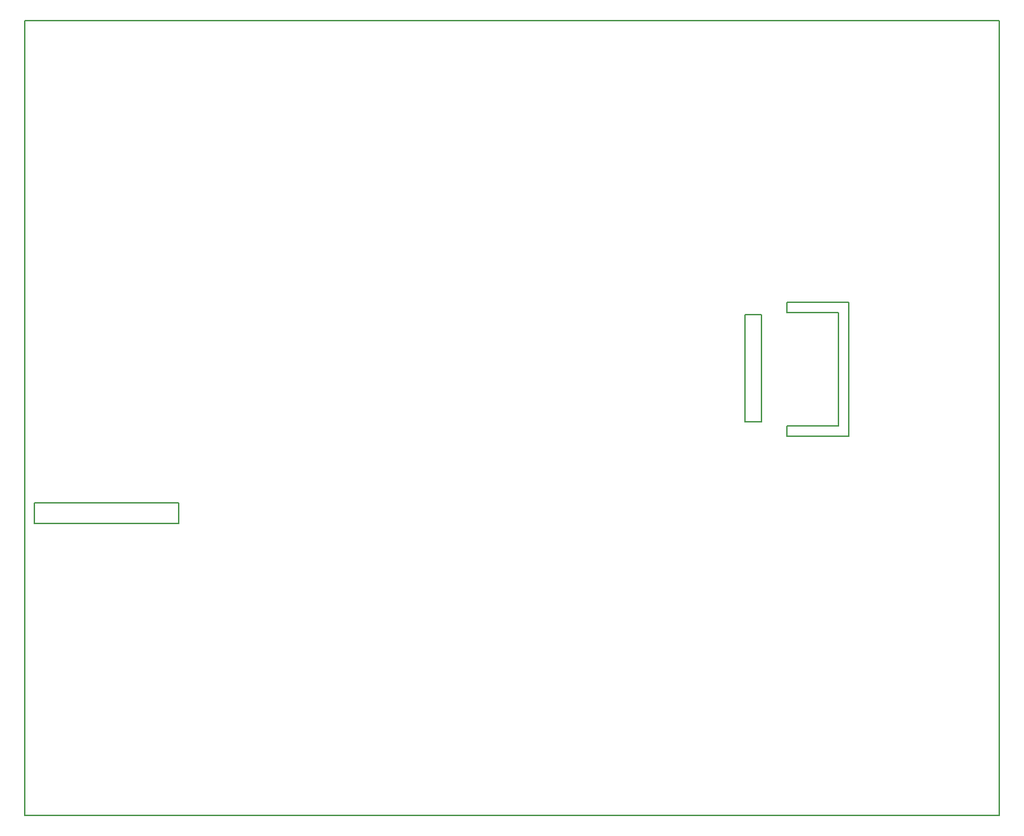
<source format=gbr>
G04 #@! TF.FileFunction,Profile,NP*
%FSLAX46Y46*%
G04 Gerber Fmt 4.6, Leading zero omitted, Abs format (unit mm)*
G04 Created by KiCad (PCBNEW 4.0.2-stable) date 19/05/2017 15:30:42*
%MOMM*%
G01*
G04 APERTURE LIST*
%ADD10C,0.100000*%
%ADD11C,0.150000*%
G04 APERTURE END LIST*
D10*
D11*
X189230000Y-96012000D02*
X182880000Y-96012000D01*
X189230000Y-82042000D02*
X189230000Y-96012000D01*
X182880000Y-82042000D02*
X189230000Y-82042000D01*
X182880000Y-80772000D02*
X182880000Y-82042000D01*
X190500000Y-80772000D02*
X182880000Y-80772000D01*
X190500000Y-97282000D02*
X190500000Y-80772000D01*
X182880000Y-97282000D02*
X190500000Y-97282000D01*
X182880000Y-96012000D02*
X182880000Y-97282000D01*
X179705000Y-82296000D02*
X177673000Y-82296000D01*
X179705000Y-82804000D02*
X179705000Y-82296000D01*
X179705000Y-95504000D02*
X179705000Y-82804000D01*
X177673000Y-95504000D02*
X179705000Y-95504000D01*
X177673000Y-82296000D02*
X177673000Y-95504000D01*
X89000000Y-144000000D02*
X89000000Y-46000000D01*
X113000000Y-144000000D02*
X89000000Y-144000000D01*
X209000000Y-144000000D02*
X209000000Y-46000000D01*
X209000000Y-144000000D02*
X113000000Y-144000000D01*
X209000000Y-46000000D02*
X89000000Y-46000000D01*
X90170000Y-108045000D02*
X90170000Y-105505000D01*
X107950000Y-108045000D02*
X90170000Y-108045000D01*
X107950000Y-105505000D02*
X107950000Y-108045000D01*
X90170000Y-105505000D02*
X107950000Y-105505000D01*
M02*

</source>
